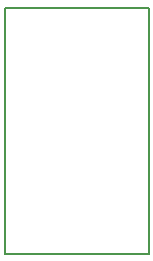
<source format=gbr>
G04 #@! TF.GenerationSoftware,KiCad,Pcbnew,(5.0.0-3-g5ebb6b6)*
G04 #@! TF.CreationDate,2019-03-06T19:57:38+00:00*
G04 #@! TF.ProjectId,QFN16,51464E31362E6B696361645F70636200,rev?*
G04 #@! TF.SameCoordinates,Original*
G04 #@! TF.FileFunction,Profile,NP*
%FSLAX46Y46*%
G04 Gerber Fmt 4.6, Leading zero omitted, Abs format (unit mm)*
G04 Created by KiCad (PCBNEW (5.0.0-3-g5ebb6b6)) date Wednesday, 06 March 2019 at 19:57:38*
%MOMM*%
%LPD*%
G01*
G04 APERTURE LIST*
%ADD10C,0.200000*%
G04 APERTURE END LIST*
D10*
X132334000Y-75184000D02*
X132334000Y-54356000D01*
X144526000Y-75184000D02*
X132334000Y-75184000D01*
X144526000Y-54356000D02*
X144526000Y-75184000D01*
X132334000Y-54356000D02*
X144526000Y-54356000D01*
M02*

</source>
